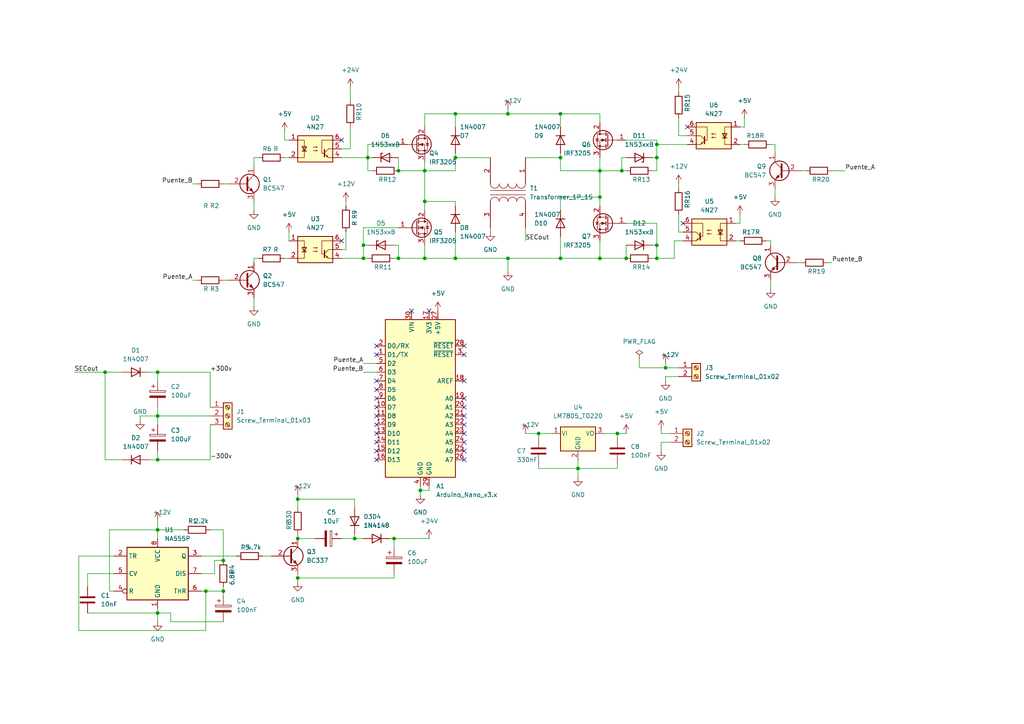
<source format=kicad_sch>
(kicad_sch (version 20211123) (generator eeschema)
  (paper "A4")
  (title_block (title "Puente_H_Fuente_AT") (date "2023-05-30") (rev "1") (company "FaCENA-UNNE") (comment 1 "Dispositivo para reelvamiento de umbrales de sensibilidad tactil.") (comment 2 "Tesis MIB: García Cabrera, Jeremías A."))
  (lib_symbols
    (symbol "Connector:Screw_Terminal_01x02" (pin_names (offset 1.016) hide)
      (property "Reference" "J" (at 0 2.54 0))
      (property "Value" "Screw_Terminal_01x02" (at 0 -5.08 0))
      (symbol "Screw_Terminal_01x02_1_1"
        (pin passive line (at -5.08 0 0) (length 3.81) (name "Pin_1") (number "1"))
        (pin passive line (at -5.08 -2.54 0) (length 3.81) (name "Pin_2") (number "2"))
      )
    )
    (symbol "Connector:Screw_Terminal_01x03" (pin_names (offset 1.016) hide)
      (property "Reference" "J" (at 0 5.08 0))
      (property "Value" "Screw_Terminal_01x03" (at 0 -5.08 0))
      (symbol "Screw_Terminal_01x03_1_1"
        (pin passive line (at -5.08 2.54 0) (length 3.81) (name "Pin_1") (number "1"))
        (pin passive line (at -5.08 0 0) (length 3.81) (name "Pin_2") (number "2"))
        (pin passive line (at -5.08 -2.54 0) (length 3.81) (name "Pin_3") (number "3"))
      )
    )
    (symbol "Device:C" (pin_numbers hide) (pin_names (offset 0.254))
      (property "Reference" "C" (at 0.635 2.54 0))
      (property "Value" "C" (at 0.635 -2.54 0))
      (symbol "C_1_1"
        (pin passive line (at 0 3.81 270) (length 2.794) (name "~") (number "1"))
        (pin passive line (at 0 -3.81 90) (length 2.794) (name "~") (number "2"))
      )
    )
    (symbol "Device:C_Polarized" (pin_numbers hide) (pin_names (offset 0.254))
      (property "Reference" "C" (at 0.635 2.54 0))
      (property "Value" "C_Polarized" (at 0.635 -2.54 0))
      (symbol "C_Polarized_1_1"
        (pin passive line (at 0 3.81 270) (length 2.794) (name "~") (number "1"))
        (pin passive line (at 0 -3.81 90) (length 2.794) (name "~") (number "2"))
      )
    )
    (symbol "Device:R" (pin_numbers hide) (pin_names (offset 0))
      (property "Reference" "R" (at 2.032 0 90))
      (property "Value" "R" (at 0 0 90))
      (symbol "R_1_1"
        (pin passive line (at 0 3.81 270) (length 1.27) (name "~") (number "1"))
        (pin passive line (at 0 -3.81 90) (length 1.27) (name "~") (number "2"))
      )
    )
    (symbol "Device:Transformer_1P_1S" (pin_names (offset 1.016) hide)
      (property "Reference" "T" (at 0 6.35 0))
      (property "Value" "Transformer_1P_1S" (at 0 -7.62 0))
      (symbol "Transformer_1P_1S_1_1"
        (pin passive line (at -10.16 5.08 0) (length 7.62) (name "AA") (number "1"))
        (pin passive line (at -10.16 -5.08 0) (length 7.62) (name "AB") (number "2"))
        (pin passive line (at 10.16 -5.08 180) (length 7.62) (name "SA") (number "3"))
        (pin passive line (at 10.16 5.08 180) (length 7.62) (name "SB") (number "4"))
      )
    )
    (symbol "Diode:1N4007" (pin_numbers hide) (pin_names (offset 1.016) hide)
      (property "Reference" "D" (at 0 2.54 0))
      (property "Value" "1N4007" (at 0 -2.54 0))
      (symbol "1N4007_1_1"
        (pin passive line (at -3.81 0 0) (length 2.54) (name "K") (number "1"))
        (pin passive line (at 3.81 0 180) (length 2.54) (name "A") (number "2"))
      )
    )
    (symbol "Diode:1N4148" (pin_numbers hide) (pin_names (offset 1.016) hide)
      (property "Reference" "D" (at 0 2.54 0))
      (property "Value" "1N4148" (at 0 -2.54 0))
      (symbol "1N4148_1_1"
        (pin passive line (at -3.81 0 0) (length 2.54) (name "K") (number "1"))
        (pin passive line (at 3.81 0 180) (length 2.54) (name "A") (number "2"))
      )
    )
    (symbol "Diode:1N53xxB" (pin_numbers hide) (pin_names hide)
      (property "Reference" "D" (at 0 2.54 0))
      (property "Value" "1N53xxB" (at 0 -2.54 0))
      (symbol "1N53xxB_1_1"
        (pin passive line (at -3.81 0 0) (length 2.54) (name "K") (number "1"))
        (pin passive line (at 3.81 0 180) (length 2.54) (name "A") (number "2"))
      )
    )
    (symbol "Isolator:4N27" (pin_names (offset 1.016))
      (property "Reference" "U" (at -5.08 5.08 0))
      (property "Value" "4N27" (at 0 5.08 0))
      (symbol "4N27_1_1"
        (pin passive line (at -7.62 2.54 0) (length 2.54) (name "~") (number "1"))
        (pin passive line (at -7.62 -2.54 0) (length 2.54) (name "~") (number "2"))
        (pin no_connect line (at -5.08 0 0) (length 2.54) hide (name "NC") (number "3"))
        (pin passive line (at 7.62 -2.54 180) (length 2.54) (name "~") (number "4"))
        (pin passive line (at 7.62 0 180) (length 2.54) (name "~") (number "5"))
        (pin passive line (at 7.62 2.54 180) (length 2.54) (name "~") (number "6"))
      )
    )
    (symbol "MCU_Module:Arduino_Nano_v3.x"
      (property "Reference" "A" (at -10.16 23.495 0))
      (property "Value" "Arduino_Nano_v3.x" (at 5.08 -24.13 0))
      (symbol "Arduino_Nano_v3.x_1_1"
        (pin bidirectional line (at -12.7 12.7 0) (length 2.54) (name "D1/TX") (number "1"))
        (pin bidirectional line (at -12.7 -2.54 0) (length 2.54) (name "D7") (number "10"))
        (pin bidirectional line (at -12.7 -5.08 0) (length 2.54) (name "D8") (number "11"))
        (pin bidirectional line (at -12.7 -7.62 0) (length 2.54) (name "D9") (number "12"))
        (pin bidirectional line (at -12.7 -10.16 0) (length 2.54) (name "D10") (number "13"))
        (pin bidirectional line (at -12.7 -12.7 0) (length 2.54) (name "D11") (number "14"))
        (pin bidirectional line (at -12.7 -15.24 0) (length 2.54) (name "D12") (number "15"))
        (pin bidirectional line (at -12.7 -17.78 0) (length 2.54) (name "D13") (number "16"))
        (pin power_out line (at 2.54 25.4 270) (length 2.54) (name "3V3") (number "17"))
        (pin input line (at 12.7 5.08 180) (length 2.54) (name "AREF") (number "18"))
        (pin bidirectional line (at 12.7 0 180) (length 2.54) (name "A0") (number "19"))
        (pin bidirectional line (at -12.7 15.24 0) (length 2.54) (name "D0/RX") (number "2"))
        (pin bidirectional line (at 12.7 -2.54 180) (length 2.54) (name "A1") (number "20"))
        (pin bidirectional line (at 12.7 -5.08 180) (length 2.54) (name "A2") (number "21"))
        (pin bidirectional line (at 12.7 -7.62 180) (length 2.54) (name "A3") (number "22"))
        (pin bidirectional line (at 12.7 -10.16 180) (length 2.54) (name "A4") (number "23"))
        (pin bidirectional line (at 12.7 -12.7 180) (length 2.54) (name "A5") (number "24"))
        (pin bidirectional line (at 12.7 -15.24 180) (length 2.54) (name "A6") (number "25"))
        (pin bidirectional line (at 12.7 -17.78 180) (length 2.54) (name "A7") (number "26"))
        (pin power_out line (at 5.08 25.4 270) (length 2.54) (name "+5V") (number "27"))
        (pin input line (at 12.7 15.24 180) (length 2.54) (name "~{RESET}") (number "28"))
        (pin power_in line (at 2.54 -25.4 90) (length 2.54) (name "GND") (number "29"))
        (pin input line (at 12.7 12.7 180) (length 2.54) (name "~{RESET}") (number "3"))
        (pin power_in line (at -2.54 25.4 270) (length 2.54) (name "VIN") (number "30"))
        (pin power_in line (at 0 -25.4 90) (length 2.54) (name "GND") (number "4"))
        (pin bidirectional line (at -12.7 10.16 0) (length 2.54) (name "D2") (number "5"))
        (pin bidirectional line (at -12.7 7.62 0) (length 2.54) (name "D3") (number "6"))
        (pin bidirectional line (at -12.7 5.08 0) (length 2.54) (name "D4") (number "7"))
        (pin bidirectional line (at -12.7 2.54 0) (length 2.54) (name "D5") (number "8"))
        (pin bidirectional line (at -12.7 0 0) (length 2.54) (name "D6") (number "9"))
      )
    )
    (symbol "Regulator_Linear:LM7805_TO220" (pin_names (offset 0.254))
      (property "Reference" "U" (at -3.81 3.175 0))
      (property "Value" "LM7805_TO220" (at 0 3.175 0))
      (symbol "LM7805_TO220_1_1"
        (pin power_in line (at -7.62 0 0) (length 2.54) (name "VI") (number "1"))
        (pin power_in line (at 0 -7.62 90) (length 2.54) (name "GND") (number "2"))
        (pin power_out line (at 7.62 0 180) (length 2.54) (name "VO") (number "3"))
      )
    )
    (symbol "Timer:NA555P"
      (property "Reference" "U" (at -10.16 8.89 0))
      (property "Value" "NA555P" (at 2.54 8.89 0))
      (symbol "NA555P_0_0"
        (pin power_in line (at 0 -10.16 90) (length 2.54) (name "GND") (number "1"))
        (pin power_in line (at 0 10.16 270) (length 2.54) (name "VCC") (number "8"))
      )
      (symbol "NA555P_1_1"
        (pin input line (at -12.7 5.08 0) (length 3.81) (name "TR") (number "2"))
        (pin output line (at 12.7 5.08 180) (length 3.81) (name "Q") (number "3"))
        (pin input inverted (at -12.7 -5.08 0) (length 3.81) (name "R") (number "4"))
        (pin input line (at -12.7 0 0) (length 3.81) (name "CV") (number "5"))
        (pin input line (at 12.7 -5.08 180) (length 3.81) (name "THR") (number "6"))
        (pin input line (at 12.7 0 180) (length 3.81) (name "DIS") (number "7"))
      )
    )
    (symbol "Transistor_BJT:BC337" (pin_names (offset 0) hide)
      (property "Reference" "Q" (at 5.08 1.905 0))
      (property "Value" "BC337" (at 5.08 0 0))
      (symbol "BC337_1_1"
        (pin passive line (at 2.54 5.08 270) (length 2.54) (name "C") (number "1"))
        (pin input line (at -5.08 0 0) (length 5.08) (name "B") (number "2"))
        (pin passive line (at 2.54 -5.08 90) (length 2.54) (name "E") (number "3"))
      )
    )
    (symbol "Transistor_BJT:BC547" (pin_names (offset 0) hide)
      (property "Reference" "Q" (at 5.08 1.905 0))
      (property "Value" "BC547" (at 5.08 0 0))
      (symbol "BC547_1_1"
        (pin passive line (at 2.54 5.08 270) (length 2.54) (name "C") (number "1"))
        (pin input line (at -5.08 0 0) (length 5.08) (name "B") (number "2"))
        (pin passive line (at 2.54 -5.08 90) (length 2.54) (name "E") (number "3"))
      )
    )
    (symbol "Transistor_FET:IRF3205" (pin_names hide)
      (property "Reference" "Q" (at 6.35 1.905 0))
      (property "Value" "IRF3205" (at 6.35 0 0))
      (symbol "IRF3205_1_1"
        (pin input line (at -5.08 0 0) (length 2.54) (name "G") (number "1"))
        (pin passive line (at 2.54 5.08 270) (length 2.54) (name "D") (number "2"))
        (pin passive line (at 2.54 -5.08 90) (length 2.54) (name "S") (number "3"))
      )
    )
    (symbol "power:+12V" (power) (pin_names (offset 0))
      (property "Value" "+12V" (at 0 3.556 0))
      (symbol "+12V_1_1"
        (pin power_in line (at 0 0 90) (length 0) hide (name "+12V") (number "1"))
      )
    )
    (symbol "power:+24V" (power) (pin_names (offset 0))
      (property "Value" "+24V" (at 0 3.556 0))
      (symbol "+24V_1_1"
        (pin power_in line (at 0 0 90) (length 0) hide (name "+24V") (number "1"))
      )
    )
    (symbol "power:+5V" (power) (pin_names (offset 0))
      (property "Value" "+5V" (at 0 3.556 0))
      (symbol "+5V_1_1"
        (pin power_in line (at 0 0 90) (length 0) hide (name "+5V") (number "1"))
      )
    )
    (symbol "power:GND" (power) (pin_names (offset 0))
      (property "Value" "GND" (at 0 -3.81 0))
      (symbol "GND_1_1"
        (pin power_in line (at 0 0 270) (length 0) hide (name "GND") (number "1"))
      )
    )
    (symbol "power:PWR_FLAG" (power) (pin_numbers hide) (pin_names (offset 0) hide)
      (property "Value" "PWR_FLAG" (at 0 3.81 0))
      (symbol "PWR_FLAG_0_0"
        (pin power_out line (at 0 0 90) (length 0) (name "pwr") (number "1"))
      )
    )
  )
  (junction (at 115.57 74.93))
  (junction (at 105.41 74.93))
  (junction (at 190.5 74.93))
  (junction (at 45.72 177.8))
  (junction (at 45.72 107.95))
  (junction (at 45.72 153.67))
  (junction (at 123.19 49.53))
  (junction (at 102.87 156.21))
  (junction (at 190.5 45.72))
  (junction (at 132.08 74.93))
  (junction (at 162.56 45.72))
  (junction (at 173.99 49.53))
  (junction (at 59.69 171.45))
  (junction (at 123.19 74.93))
  (junction (at 179.07 125.73))
  (junction (at 162.56 33.02))
  (junction (at 86.36 167.64))
  (junction (at 106.68 45.72))
  (junction (at 132.08 45.72))
  (junction (at 64.77 162.56))
  (junction (at 105.41 71.12))
  (junction (at 115.57 49.53))
  (junction (at 45.72 120.65))
  (junction (at 86.36 144.78))
  (junction (at 45.72 133.35))
  (junction (at 190.5 71.12))
  (junction (at 173.99 57.15))
  (junction (at 156.21 125.73))
  (junction (at 123.19 58.42))
  (junction (at 173.99 74.93))
  (junction (at 132.08 33.02))
  (junction (at 147.32 74.93))
  (junction (at 193.04 106.68))
  (junction (at 147.32 33.02))
  (junction (at 114.3 156.21))
  (junction (at 30.48 107.95))
  (junction (at 162.56 74.93))
  (junction (at 180.34 49.53))
  (junction (at 121.92 142.24))
  (junction (at 190.5 41.91))
  (junction (at 167.64 135.89))
  (junction (at 86.36 156.21))
  (junction (at 64.77 171.45))
  (junction (at 181.61 74.93))
  (no_connect (at 199.39 36.83))
  (no_connect (at 198.12 64.77))
  (no_connect (at 99.06 69.85))
  (no_connect (at 99.06 40.64))
  (no_connect (at 134.62 125.73))
  (no_connect (at 134.62 120.65))
  (no_connect (at 134.62 123.19))
  (no_connect (at 134.62 118.11))
  (no_connect (at 134.62 102.87))
  (no_connect (at 119.38 90.17))
  (no_connect (at 124.46 90.17))
  (no_connect (at 134.62 100.33))
  (no_connect (at 134.62 115.57))
  (no_connect (at 134.62 110.49))
  (no_connect (at 134.62 130.81))
  (no_connect (at 134.62 133.35))
  (no_connect (at 134.62 128.27))
  (no_connect (at 109.22 125.73))
  (no_connect (at 109.22 120.65))
  (no_connect (at 109.22 130.81))
  (no_connect (at 109.22 102.87))
  (no_connect (at 109.22 115.57))
  (no_connect (at 109.22 113.03))
  (no_connect (at 109.22 100.33))
  (no_connect (at 109.22 110.49))
  (no_connect (at 109.22 133.35))
  (no_connect (at 109.22 118.11))
  (no_connect (at 109.22 128.27))
  (no_connect (at 109.22 123.19))
  (wire (pts (xy 147.32 74.93) (xy 162.56 74.93)))
  (wire (pts (xy 86.36 143.51) (xy 86.36 144.78)))
  (wire (pts (xy 195.58 74.93) (xy 190.5 74.93)))
  (wire (pts (xy 45.72 130.81) (xy 45.72 133.35)))
  (wire (pts (xy 185.42 104.14) (xy 185.42 106.68)))
  (wire (pts (xy 105.41 74.93) (xy 105.41 71.12)))
  (wire (pts (xy 101.6 43.18) (xy 101.6 36.83)))
  (wire (pts (xy 232.41 49.53) (xy 233.68 49.53)))
  (wire (pts (xy 121.92 140.97) (xy 121.92 142.24)))
  (wire (pts (xy 45.72 177.8) (xy 45.72 176.53)))
  (wire (pts (xy 115.57 74.93) (xy 123.19 74.93)))
  (wire (pts (xy 22.86 161.29) (xy 22.86 182.88)))
  (wire (pts (xy 53.34 153.67) (xy 45.72 153.67)))
  (wire (pts (xy 193.04 106.68) (xy 196.85 106.68)))
  (wire (pts (xy 123.19 49.53) (xy 123.19 46.99)))
  (wire (pts (xy 193.04 105.41) (xy 193.04 106.68)))
  (wire (pts (xy 123.19 33.02) (xy 132.08 33.02)))
  (wire (pts (xy 195.58 69.85) (xy 195.58 74.93)))
  (wire (pts (xy 173.99 49.53) (xy 180.34 49.53)))
  (wire (pts (xy 231.14 76.2) (xy 232.41 76.2)))
  (wire (pts (xy 101.6 25.4) (xy 101.6 29.21)))
  (wire (pts (xy 73.66 76.2) (xy 73.66 74.93)))
  (wire (pts (xy 106.68 45.72) (xy 106.68 49.53)))
  (wire (pts (xy 62.23 162.56) (xy 64.77 162.56)))
  (wire (pts (xy 132.08 33.02) (xy 132.08 36.83)))
  (wire (pts (xy 43.18 107.95) (xy 45.72 107.95)))
  (wire (pts (xy 82.55 40.64) (xy 83.82 40.64)))
  (wire (pts (xy 214.63 64.77) (xy 213.36 64.77)))
  (wire (pts (xy 31.75 153.67) (xy 31.75 171.45)))
  (wire (pts (xy 193.04 110.49) (xy 193.04 109.22)))
  (wire (pts (xy 58.42 161.29) (xy 68.58 161.29)))
  (wire (pts (xy 123.19 60.96) (xy 123.19 58.42)))
  (wire (pts (xy 190.5 41.91) (xy 190.5 45.72)))
  (wire (pts (xy 123.19 49.53) (xy 123.19 58.42)))
  (wire (pts (xy 64.77 81.28) (xy 66.04 81.28)))
  (wire (pts (xy 31.75 153.67) (xy 45.72 153.67)))
  (wire (pts (xy 214.63 62.23) (xy 214.63 64.77)))
  (wire (pts (xy 40.64 120.65) (xy 45.72 120.65)))
  (wire (pts (xy 132.08 49.53) (xy 123.19 49.53)))
  (wire (pts (xy 162.56 36.83) (xy 162.56 33.02)))
  (wire (pts (xy 180.34 45.72) (xy 181.61 45.72)))
  (wire (pts (xy 156.21 125.73) (xy 160.02 125.73)))
  (wire (pts (xy 191.77 124.46) (xy 191.77 125.73)))
  (wire (pts (xy 99.06 72.39) (xy 100.33 72.39)))
  (wire (pts (xy 173.99 74.93) (xy 181.61 74.93)))
  (wire (pts (xy 102.87 156.21) (xy 99.06 156.21)))
  (wire (pts (xy 162.56 49.53) (xy 173.99 49.53)))
  (wire (pts (xy 193.04 109.22) (xy 196.85 109.22)))
  (wire (pts (xy 124.46 142.24) (xy 121.92 142.24)))
  (wire (pts (xy 132.08 58.42) (xy 132.08 59.69)))
  (wire (pts (xy 179.07 134.62) (xy 179.07 135.89)))
  (wire (pts (xy 107.95 45.72) (xy 106.68 45.72)))
  (wire (pts (xy 76.2 161.29) (xy 78.74 161.29)))
  (wire (pts (xy 102.87 147.32) (xy 102.87 144.78)))
  (wire (pts (xy 190.5 45.72) (xy 190.5 49.53)))
  (wire (pts (xy 199.39 41.91) (xy 190.5 41.91)))
  (wire (pts (xy 105.41 66.04) (xy 105.41 71.12)))
  (wire (pts (xy 132.08 45.72) (xy 132.08 49.53)))
  (wire (pts (xy 83.82 67.31) (xy 83.82 69.85)))
  (wire (pts (xy 162.56 44.45) (xy 162.56 45.72)))
  (wire (pts (xy 190.5 40.64) (xy 190.5 41.91)))
  (wire (pts (xy 45.72 133.35) (xy 43.18 133.35)))
  (wire (pts (xy 224.79 54.61) (xy 224.79 57.15)))
  (wire (pts (xy 142.24 66.04) (xy 142.24 67.31)))
  (wire (pts (xy 102.87 154.94) (xy 102.87 156.21)))
  (wire (pts (xy 162.56 45.72) (xy 162.56 49.53)))
  (wire (pts (xy 181.61 71.12) (xy 181.61 74.93)))
  (wire (pts (xy 214.63 41.91) (xy 215.9 41.91)))
  (wire (pts (xy 33.02 161.29) (xy 22.86 161.29)))
  (wire (pts (xy 190.5 49.53) (xy 189.23 49.53)))
  (wire (pts (xy 45.72 107.95) (xy 45.72 110.49)))
  (wire (pts (xy 106.68 41.91) (xy 106.68 45.72)))
  (wire (pts (xy 115.57 71.12) (xy 115.57 74.93)))
  (wire (pts (xy 196.85 34.29) (xy 196.85 39.37)))
  (wire (pts (xy 224.79 41.91) (xy 224.79 44.45)))
  (wire (pts (xy 30.48 133.35) (xy 30.48 107.95)))
  (wire (pts (xy 167.64 133.35) (xy 167.64 135.89)))
  (wire (pts (xy 215.9 34.29) (xy 215.9 36.83)))
  (wire (pts (xy 132.08 67.31) (xy 132.08 74.93)))
  (wire (pts (xy 189.23 45.72) (xy 190.5 45.72)))
  (wire (pts (xy 190.5 71.12) (xy 190.5 74.93)))
  (wire (pts (xy 162.56 33.02) (xy 173.99 33.02)))
  (wire (pts (xy 180.34 49.53) (xy 181.61 49.53)))
  (wire (pts (xy 59.69 182.88) (xy 59.69 171.45)))
  (wire (pts (xy 156.21 135.89) (xy 167.64 135.89)))
  (wire (pts (xy 31.75 171.45) (xy 33.02 171.45)))
  (wire (pts (xy 64.77 170.18) (xy 64.77 171.45)))
  (wire (pts (xy 181.61 64.77) (xy 190.5 64.77)))
  (wire (pts (xy 162.56 68.58) (xy 162.56 74.93)))
  (wire (pts (xy 173.99 69.85) (xy 173.99 74.93)))
  (wire (pts (xy 82.55 45.72) (xy 83.82 45.72)))
  (wire (pts (xy 132.08 74.93) (xy 147.32 74.93)))
  (wire (pts (xy 106.68 74.93) (xy 105.41 74.93)))
  (wire (pts (xy 82.55 74.93) (xy 83.82 74.93)))
  (wire (pts (xy 115.57 49.53) (xy 123.19 49.53)))
  (wire (pts (xy 173.99 49.53) (xy 173.99 57.15)))
  (wire (pts (xy 59.69 171.45) (xy 64.77 171.45)))
  (wire (pts (xy 105.41 71.12) (xy 106.68 71.12)))
  (wire (pts (xy 196.85 53.34) (xy 196.85 54.61)))
  (wire (pts (xy 114.3 156.21) (xy 124.46 156.21)))
  (wire (pts (xy 86.36 166.37) (xy 86.36 167.64)))
  (wire (pts (xy 215.9 36.83) (xy 214.63 36.83)))
  (wire (pts (xy 102.87 156.21) (xy 105.41 156.21)))
  (wire (pts (xy 114.3 166.37) (xy 114.3 167.64)))
  (wire (pts (xy 45.72 133.35) (xy 60.96 133.35)))
  (wire (pts (xy 121.92 142.24) (xy 121.92 143.51)))
  (wire (pts (xy 40.64 121.92) (xy 40.64 120.65)))
  (wire (pts (xy 64.77 53.34) (xy 66.04 53.34)))
  (wire (pts (xy 21.59 107.95) (xy 30.48 107.95)))
  (wire (pts (xy 100.33 58.42) (xy 100.33 59.69)))
  (wire (pts (xy 73.66 58.42) (xy 73.66 60.96)))
  (wire (pts (xy 113.03 156.21) (xy 114.3 156.21)))
  (wire (pts (xy 147.32 33.02) (xy 162.56 33.02)))
  (wire (pts (xy 189.23 74.93) (xy 190.5 74.93)))
  (wire (pts (xy 156.21 134.62) (xy 156.21 135.89)))
  (wire (pts (xy 86.36 167.64) (xy 86.36 168.91)))
  (wire (pts (xy 152.4 45.72) (xy 162.56 45.72)))
  (wire (pts (xy 124.46 140.97) (xy 124.46 142.24)))
  (wire (pts (xy 73.66 74.93) (xy 74.93 74.93)))
  (wire (pts (xy 152.4 69.85) (xy 152.4 66.04)))
  (wire (pts (xy 191.77 130.81) (xy 191.77 128.27)))
  (wire (pts (xy 45.72 151.13) (xy 45.72 153.67)))
  (wire (pts (xy 167.64 135.89) (xy 167.64 138.43)))
  (wire (pts (xy 99.06 74.93) (xy 105.41 74.93)))
  (wire (pts (xy 132.08 33.02) (xy 147.32 33.02)))
  (wire (pts (xy 181.61 40.64) (xy 190.5 40.64)))
  (wire (pts (xy 106.68 49.53) (xy 107.95 49.53)))
  (wire (pts (xy 245.11 49.53) (xy 241.3 49.53)))
  (wire (pts (xy 132.08 45.72) (xy 142.24 45.72)))
  (wire (pts (xy 60.96 123.19) (xy 60.96 133.35)))
  (wire (pts (xy 191.77 125.73) (xy 194.31 125.73)))
  (wire (pts (xy 45.72 153.67) (xy 45.72 156.21)))
  (wire (pts (xy 222.25 69.85) (xy 223.52 69.85)))
  (wire (pts (xy 156.21 125.73) (xy 156.21 127)))
  (wire (pts (xy 22.86 182.88) (xy 59.69 182.88)))
  (wire (pts (xy 45.72 120.65) (xy 45.72 123.19)))
  (wire (pts (xy 45.72 118.11) (xy 45.72 120.65)))
  (wire (pts (xy 86.36 156.21) (xy 91.44 156.21)))
  (wire (pts (xy 73.66 45.72) (xy 74.93 45.72)))
  (wire (pts (xy 45.72 180.34) (xy 45.72 177.8)))
  (wire (pts (xy 185.42 106.68) (xy 193.04 106.68)))
  (wire (pts (xy 198.12 69.85) (xy 195.58 69.85)))
  (wire (pts (xy 179.07 125.73) (xy 175.26 125.73)))
  (wire (pts (xy 115.57 41.91) (xy 106.68 41.91)))
  (wire (pts (xy 64.77 153.67) (xy 60.96 153.67)))
  (wire (pts (xy 167.64 135.89) (xy 179.07 135.89)))
  (wire (pts (xy 99.06 45.72) (xy 106.68 45.72)))
  (wire (pts (xy 173.99 33.02) (xy 173.99 35.56)))
  (wire (pts (xy 62.23 166.37) (xy 62.23 162.56)))
  (wire (pts (xy 73.66 86.36) (xy 73.66 88.9)))
  (wire (pts (xy 25.4 166.37) (xy 33.02 166.37)))
  (wire (pts (xy 73.66 48.26) (xy 73.66 45.72)))
  (wire (pts (xy 179.07 125.73) (xy 179.07 127)))
  (wire (pts (xy 196.85 39.37) (xy 199.39 39.37)))
  (wire (pts (xy 49.53 180.34) (xy 49.53 177.8)))
  (wire (pts (xy 115.57 66.04) (xy 105.41 66.04)))
  (wire (pts (xy 102.87 144.78) (xy 86.36 144.78)))
  (wire (pts (xy 105.41 107.95) (xy 109.22 107.95)))
  (wire (pts (xy 147.32 78.74) (xy 147.32 74.93)))
  (wire (pts (xy 25.4 177.8) (xy 45.72 177.8)))
  (wire (pts (xy 55.88 53.34) (xy 57.15 53.34)))
  (wire (pts (xy 147.32 31.75) (xy 147.32 33.02)))
  (wire (pts (xy 123.19 36.83) (xy 123.19 33.02)))
  (wire (pts (xy 105.41 105.41) (xy 109.22 105.41)))
  (wire (pts (xy 86.36 154.94) (xy 86.36 156.21)))
  (wire (pts (xy 58.42 171.45) (xy 59.69 171.45)))
  (wire (pts (xy 191.77 128.27) (xy 194.31 128.27)))
  (wire (pts (xy 196.85 25.4) (xy 196.85 26.67)))
  (wire (pts (xy 180.34 45.72) (xy 180.34 49.53)))
  (wire (pts (xy 181.61 125.73) (xy 179.07 125.73)))
  (wire (pts (xy 115.57 45.72) (xy 115.57 49.53)))
  (wire (pts (xy 100.33 72.39) (xy 100.33 67.31)))
  (wire (pts (xy 58.42 166.37) (xy 62.23 166.37)))
  (wire (pts (xy 123.19 71.12) (xy 123.19 74.93)))
  (wire (pts (xy 213.36 69.85) (xy 214.63 69.85)))
  (wire (pts (xy 196.85 62.23) (xy 196.85 67.31)))
  (wire (pts (xy 190.5 64.77) (xy 190.5 71.12)))
  (wire (pts (xy 60.96 107.95) (xy 45.72 107.95)))
  (wire (pts (xy 198.12 67.31) (xy 196.85 67.31)))
  (wire (pts (xy 60.96 118.11) (xy 60.96 107.95)))
  (wire (pts (xy 162.56 57.15) (xy 173.99 57.15)))
  (wire (pts (xy 114.3 71.12) (xy 115.57 71.12)))
  (wire (pts (xy 86.36 144.78) (xy 86.36 147.32)))
  (wire (pts (xy 223.52 69.85) (xy 223.52 71.12)))
  (wire (pts (xy 173.99 57.15) (xy 173.99 59.69)))
  (wire (pts (xy 189.23 71.12) (xy 190.5 71.12)))
  (wire (pts (xy 152.4 125.73) (xy 156.21 125.73)))
  (wire (pts (xy 49.53 177.8) (xy 45.72 177.8)))
  (wire (pts (xy 64.77 162.56) (xy 64.77 153.67)))
  (wire (pts (xy 123.19 58.42) (xy 132.08 58.42)))
  (wire (pts (xy 114.3 156.21) (xy 114.3 158.75)))
  (wire (pts (xy 64.77 172.72) (xy 64.77 171.45)))
  (wire (pts (xy 86.36 167.64) (xy 114.3 167.64)))
  (wire (pts (xy 240.03 76.2) (xy 241.3 76.2)))
  (wire (pts (xy 82.55 38.1) (xy 82.55 40.64)))
  (wire (pts (xy 35.56 133.35) (xy 30.48 133.35)))
  (wire (pts (xy 132.08 44.45) (xy 132.08 45.72)))
  (wire (pts (xy 55.88 81.28) (xy 57.15 81.28)))
  (wire (pts (xy 30.48 107.95) (xy 35.56 107.95)))
  (wire (pts (xy 173.99 45.72) (xy 173.99 49.53)))
  (wire (pts (xy 114.3 74.93) (xy 115.57 74.93)))
  (wire (pts (xy 223.52 41.91) (xy 224.79 41.91)))
  (wire (pts (xy 123.19 74.93) (xy 132.08 74.93)))
  (wire (pts (xy 64.77 180.34) (xy 49.53 180.34)))
  (wire (pts (xy 162.56 60.96) (xy 162.56 57.15)))
  (wire (pts (xy 25.4 170.18) (xy 25.4 166.37)))
  (wire (pts (xy 223.52 81.28) (xy 223.52 83.82)))
  (wire (pts (xy 99.06 43.18) (xy 101.6 43.18)))
  (wire (pts (xy 162.56 74.93) (xy 173.99 74.93)))
  (wire (pts (xy 45.72 120.65) (xy 60.96 120.65)))
  (label "-300v" (at 60.96 133.35 0))
  (label "SECout" (at 152.4 69.85 0))
  (label "Puente_A" (at 105.41 105.41 180))
  (label "Puente_B" (at 55.88 53.34 180))
  (label "+300v" (at 60.96 107.95 0))
  (label "Puente_A" (at 245.11 49.53 0))
  (label "Puente_B" (at 241.3 76.2 0))
  (label "Puente_B" (at 105.41 107.95 180))
  (label "SECout" (at 21.59 107.95 0))
  (label "Puente_A" (at 55.88 81.28 180))
  (symbol (lib_id "power:GND") (at 86.36 168.91 0) (unit 1)
    (property "Reference" "#PWR07" (effects hide))
    (property "Value" "GND" (at 86.36 173.99 0))
  )
  (symbol (lib_id "power:+12V") (at 152.4 125.73 0) (unit 1)
    (property "Reference" "#PWR013" (effects hide))
    (property "Value" "+12V" (at 153.67 123.19 0))
  )
  (symbol (lib_id "power:+12V") (at 147.32 31.75 0) (unit 1)
    (property "Reference" "#PWR011" (effects hide))
    (property "Value" "+12V" (at 148.59 29.21 0))
  )
  (symbol (lib_id "Diode:1N53xxB") (at 185.42 71.12 0) (mirror y) (unit 1)
    (property "Reference" "D12" (at 185.42 64.77 0))
    (property "Value" "1N53xxB" (at 185.42 67.31 0))
    (property "Footprint" "Diode_THT:D_DO-35_SOD27_P7.62mm_Horizontal" (effects hide))
    (property "Datasheet" "https://diotec.com/tl_files/diotec/files/pdf/datasheets/1n5345b.pdf" (effects hide))
  )
  (symbol (lib_id "power:GND") (at 147.32 78.74 0) (unit 1)
    (property "Reference" "#PWR012" (effects hide))
    (property "Value" "GND" (at 147.32 83.82 0))
  )
  (symbol (lib_id "power:GND") (at 193.04 110.49 0) (unit 1)
    (property "Reference" "#PWR017" (effects hide))
    (property "Value" "GND" (at 193.04 115.57 0))
  )
  (symbol (lib_id "Diode:1N4007") (at 39.37 107.95 180) (unit 1)
    (property "Reference" "D1" (at 39.37 101.6 0))
    (property "Value" "1N4007" (at 39.37 104.14 0))
    (property "Footprint" "Diode_THT:D_DO-41_SOD81_P10.16mm_Horizontal" (effects hide))
    (property "Datasheet" "http://www.vishay.com/docs/88503/1n4001.pdf" (effects hide))
  )
  (symbol (lib_id "Connector:Screw_Terminal_01x02") (at 201.93 106.68 0) (unit 1)
    (property "Reference" "J3" (at 204.47 106.6799 0) (effects (justify left)))
    (property "Value" "Screw_Terminal_01x02" (at 204.47 109.2199 0) (effects (justify left)))
    (property "Footprint" "TerminalBlock_4Ucon:TerminalBlock_4Ucon_1x02_P3.50mm_Vertical" (effects hide))
  )
  (symbol (lib_id "power:+5V") (at 191.77 124.46 0) (unit 1)
    (property "Reference" "#PWR0109" (effects hide))
    (property "Value" "+5V" (at 191.77 119.38 0))
  )
  (symbol (lib_id "Device:R") (at 110.49 74.93 90) (unit 1)
    (property "Reference" "R11" (at 111.76 77.47 90))
    (property "Value" "R" (at 109.22 77.47 90))
    (property "Footprint" "Resistor_THT:R_Axial_DIN0207_L6.3mm_D2.5mm_P7.62mm_Horizontal" (effects hide))
  )
  (symbol (lib_id "Transistor_BJT:BC547") (at 71.12 81.28 0) (unit 1)
    (property "Reference" "Q2" (at 76.2 80.0099 0) (effects (justify left)))
    (property "Value" "BC547" (at 76.2 82.5499 0) (effects (justify left)))
    (property "Footprint" "Package_TO_SOT_THT:TO-92_Inline" (effects hide))
    (property "Datasheet" "https://www.onsemi.com/pub/Collateral/BC550-D.pdf" (effects hide))
  )
  (symbol (lib_id "Device:C") (at 156.21 130.81 0) (unit 1)
    (property "Reference" "C7" (at 149.86 130.81 0) (effects (justify left)))
    (property "Value" "330nF" (at 149.86 133.35 0) (effects (justify left)))
    (property "Footprint" "Capacitor_THT:C_Disc_D5.0mm_W2.5mm_P2.50mm" (effects hide))
  )
  (symbol (lib_id "Diode:1N4007") (at 162.56 40.64 270) (unit 1)
    (property "Reference" "D9" (at 154.94 39.37 90) (effects (justify left)))
    (property "Value" "1N4007" (at 154.94 36.83 90) (effects (justify left)))
    (property "Footprint" "Diode_THT:D_DO-41_SOD81_P10.16mm_Horizontal" (effects hide))
    (property "Datasheet" "http://www.vishay.com/docs/88503/1n4001.pdf" (effects hide))
  )
  (symbol (lib_id "Device:R") (at 60.96 81.28 90) (unit 1)
    (property "Reference" "R3" (at 62.23 83.82 90))
    (property "Value" "R" (at 59.69 83.82 90))
    (property "Footprint" "Resistor_THT:R_Axial_DIN0207_L6.3mm_D2.5mm_P7.62mm_Horizontal" (effects hide))
  )
  (symbol (lib_id "power:+5V") (at 214.63 62.23 0) (unit 1)
    (property "Reference" "#PWR0103" (effects hide))
    (property "Value" "+5V" (at 214.63 57.15 0))
  )
  (symbol (lib_id "Device:C_Polarized") (at 114.3 162.56 0) (unit 1)
    (property "Reference" "C6" (at 118.11 160.4009 0) (effects (justify left)))
    (property "Value" "100uF" (at 118.11 162.9409 0) (effects (justify left)))
    (property "Footprint" "Capacitor_THT:CP_Radial_D6.3mm_P2.50mm" (effects hide))
  )
  (symbol (lib_id "Device:R") (at 64.77 166.37 180) (unit 1)
    (property "Reference" "R4" (at 67.31 165.1 90))
    (property "Value" "6.8k" (at 67.31 167.64 90))
    (property "Footprint" "Resistor_THT:R_Axial_DIN0207_L6.3mm_D2.5mm_P7.62mm_Horizontal" (effects hide))
  )
  (symbol (lib_id "Connector:Screw_Terminal_01x03") (at 66.04 120.65 0) (unit 1)
    (property "Reference" "J1" (at 68.58 119.3799 0) (effects (justify left)))
    (property "Value" "Screw_Terminal_01x03" (at 68.58 121.9199 0) (effects (justify left)))
    (property "Footprint" "TerminalBlock_4Ucon:TerminalBlock_4Ucon_1x03_P3.50mm_Horizontal" (effects hide))
  )
  (symbol (lib_id "Device:R") (at 111.76 49.53 90) (unit 1)
    (property "Reference" "R12" (at 113.03 52.07 90))
    (property "Value" "R" (at 110.49 52.07 90))
    (property "Footprint" "Resistor_THT:R_Axial_DIN0207_L6.3mm_D2.5mm_P7.62mm_Horizontal" (effects hide))
  )
  (symbol (lib_id "power:+24V") (at 124.46 156.21 0) (unit 1)
    (property "Reference" "#PWR0108" (effects hide))
    (property "Value" "+24V" (at 124.46 151.13 0))
  )
  (symbol (lib_id "power:+12V") (at 196.85 53.34 0) (unit 1)
    (property "Reference" "#PWR018" (effects hide))
    (property "Value" "+12V" (at 196.85 48.26 0))
  )
  (symbol (lib_id "Device:C_Polarized") (at 64.77 176.53 0) (unit 1)
    (property "Reference" "C4" (at 68.58 174.3709 0) (effects (justify left)))
    (property "Value" "100nF" (at 68.58 176.9109 0) (effects (justify left)))
    (property "Footprint" "Capacitor_THT:C_Disc_D5.0mm_W2.5mm_P2.50mm" (effects hide))
  )
  (symbol (lib_id "power:+5V") (at 215.9 34.29 0) (unit 1)
    (property "Reference" "#PWR0104" (effects hide))
    (property "Value" "+5V" (at 215.9 29.21 0))
  )
  (symbol (lib_id "power:+12V") (at 45.72 151.13 0) (unit 1)
    (property "Reference" "#PWR02" (effects hide))
    (property "Value" "+12V" (at 46.99 148.59 0))
  )
  (symbol (lib_id "power:GND") (at 73.66 88.9 0) (unit 1)
    (property "Reference" "#PWR05" (effects hide))
    (property "Value" "GND" (at 73.66 93.98 0))
  )
  (symbol (lib_id "Device:R") (at 218.44 69.85 270) (unit 1)
    (property "Reference" "R17" (at 217.17 67.31 90))
    (property "Value" "R" (at 219.71 67.31 90))
    (property "Footprint" "Resistor_THT:R_Axial_DIN0207_L6.3mm_D2.5mm_P7.62mm_Horizontal" (effects hide))
  )
  (symbol (lib_id "Device:R") (at 72.39 161.29 270) (unit 1)
    (property "Reference" "R5" (at 71.12 158.75 90))
    (property "Value" "4.7k" (at 73.66 158.75 90))
    (property "Footprint" "Resistor_THT:R_Axial_DIN0207_L6.3mm_D2.5mm_P7.62mm_Horizontal" (effects hide))
  )
  (symbol (lib_id "Device:R") (at 86.36 151.13 0) (unit 1)
    (property "Reference" "R8" (at 83.82 152.4 90))
    (property "Value" "330" (at 83.82 149.86 90))
    (property "Footprint" "Resistor_THT:R_Axial_DIN0207_L6.3mm_D2.5mm_P7.62mm_Horizontal" (effects hide))
  )
  (symbol (lib_id "Transistor_BJT:BC547") (at 227.33 49.53 0) (mirror y) (unit 1)
    (property "Reference" "Q9" (at 222.25 48.2599 0) (effects (justify left)))
    (property "Value" "BC547" (at 222.25 50.7999 0) (effects (justify left)))
    (property "Footprint" "Package_TO_SOT_THT:TO-92_Inline" (effects hide))
    (property "Datasheet" "https://www.onsemi.com/pub/Collateral/BC550-D.pdf" (effects hide))
  )
  (symbol (lib_id "Connector:Screw_Terminal_01x02") (at 199.39 125.73 0) (unit 1)
    (property "Reference" "J2" (at 201.93 125.7299 0) (effects (justify left)))
    (property "Value" "Screw_Terminal_01x02" (at 201.93 128.2699 0) (effects (justify left)))
    (property "Footprint" "TerminalBlock_4Ucon:TerminalBlock_4Ucon_1x02_P3.50mm_Vertical" (effects hide))
  )
  (symbol (lib_id "Regulator_Linear:LM7805_TO220") (at 167.64 125.73 0) (unit 1)
    (property "Reference" "U4" (at 167.64 118.11 0))
    (property "Value" "LM7805_TO220" (at 167.64 120.65 0))
    (property "Footprint" "Package_TO_SOT_THT:TO-220-3_Vertical" (effects hide))
    (property "Datasheet" "https://www.onsemi.cn/PowerSolutions/document/MC7800-D.PDF" (effects hide))
  )
  (symbol (lib_id "Diode:1N4007") (at 39.37 133.35 0) (unit 1)
    (property "Reference" "D2" (at 39.37 127 0))
    (property "Value" "1N4007" (at 39.37 129.54 0))
    (property "Footprint" "Diode_THT:D_DO-41_SOD81_P10.16mm_Horizontal" (effects hide))
    (property "Datasheet" "http://www.vishay.com/docs/88503/1n4001.pdf" (effects hide))
  )
  (symbol (lib_id "power:GND") (at 73.66 60.96 0) (unit 1)
    (property "Reference" "#PWR04" (effects hide))
    (property "Value" "GND" (at 73.66 66.04 0))
  )
  (symbol (lib_id "power:GND") (at 191.77 130.81 0) (unit 1)
    (property "Reference" "#PWR015" (effects hide))
    (property "Value" "GND" (at 191.77 135.89 0))
  )
  (symbol (lib_id "Device:R") (at 219.71 41.91 270) (unit 1)
    (property "Reference" "R18" (at 218.44 39.37 90))
    (property "Value" "R" (at 220.98 39.37 90))
    (property "Footprint" "Resistor_THT:R_Axial_DIN0207_L6.3mm_D2.5mm_P7.62mm_Horizontal" (effects hide))
  )
  (symbol (lib_id "Diode:1N53xxB") (at 111.76 45.72 0) (unit 1)
    (property "Reference" "D6" (at 111.76 39.37 0))
    (property "Value" "1N53xxB" (at 111.76 41.91 0))
    (property "Footprint" "Diode_THT:D_DO-35_SOD27_P7.62mm_Horizontal" (effects hide))
    (property "Datasheet" "https://diotec.com/tl_files/diotec/files/pdf/datasheets/1n5345b.pdf" (effects hide))
  )
  (symbol (lib_id "power:GND") (at 121.92 143.51 0) (unit 1)
    (property "Reference" "#PWR09" (effects hide))
    (property "Value" "GND" (at 121.92 148.59 0))
  )
  (symbol (lib_id "Device:R") (at 100.33 63.5 180) (unit 1)
    (property "Reference" "R9" (at 102.87 62.23 90))
    (property "Value" "R" (at 102.87 64.77 90))
    (property "Footprint" "Resistor_THT:R_Axial_DIN0207_L6.3mm_D2.5mm_P7.62mm_Horizontal" (effects hide))
  )
  (symbol (lib_id "Diode:1N4148") (at 109.22 156.21 180) (unit 1)
    (property "Reference" "D4" (at 109.22 149.86 0))
    (property "Value" "1N4148" (at 109.22 152.4 0))
    (property "Footprint" "Diode_THT:D_DO-35_SOD27_P7.62mm_Horizontal" (effects hide))
    (property "Datasheet" "https://assets.nexperia.com/documents/data-sheet/1N4148_1N4448.pdf" (effects hide))
  )
  (symbol (lib_id "power:GND") (at 142.24 67.31 0) (unit 1)
    (property "Reference" "#PWR010" (effects hide))
    (property "Value" "GND" (at 142.24 72.39 0))
  )
  (symbol (lib_id "Device:C") (at 179.07 130.81 0) (unit 1)
    (property "Reference" "C8" (at 182.88 129.5399 0) (effects (justify left)))
    (property "Value" "100nF" (at 182.88 132.0799 0) (effects (justify left)))
    (property "Footprint" "Capacitor_THT:C_Disc_D5.0mm_W2.5mm_P2.50mm" (effects hide))
  )
  (symbol (lib_id "Transistor_BJT:BC547") (at 226.06 76.2 0) (mirror y) (unit 1)
    (property "Reference" "Q8" (at 220.98 74.9299 0) (effects (justify left)))
    (property "Value" "BC547" (at 220.98 77.4699 0) (effects (justify left)))
    (property "Footprint" "Package_TO_SOT_THT:TO-92_Inline" (effects hide))
    (property "Datasheet" "https://www.onsemi.com/pub/Collateral/BC550-D.pdf" (effects hide))
  )
  (symbol (lib_id "Device:C_Polarized") (at 45.72 127 0) (unit 1)
    (property "Reference" "C3" (at 49.53 124.8409 0) (effects (justify left)))
    (property "Value" "100uF" (at 49.53 127.3809 0) (effects (justify left)))
    (property "Footprint" "Capacitor_THT:CP_Radial_D10.0mm_P5.00mm" (effects hide))
  )
  (symbol (lib_id "power:GND") (at 224.79 57.15 0) (unit 1)
    (property "Reference" "#PWR020" (effects hide))
    (property "Value" "GND" (at 224.79 62.23 0))
  )
  (symbol (lib_id "Device:R") (at 185.42 74.93 90) (unit 1)
    (property "Reference" "R14" (at 186.69 77.47 90))
    (property "Value" "R" (at 184.15 77.47 90))
    (property "Footprint" "Resistor_THT:R_Axial_DIN0207_L6.3mm_D2.5mm_P7.62mm_Horizontal" (effects hide))
  )
  (symbol (lib_id "Diode:1N53xxB") (at 185.42 45.72 180) (unit 1)
    (property "Reference" "D11" (at 185.42 39.37 0))
    (property "Value" "1N53xxB" (at 185.42 41.91 0))
    (property "Footprint" "Diode_THT:D_DO-35_SOD27_P7.62mm_Horizontal" (effects hide))
    (property "Datasheet" "https://diotec.com/tl_files/diotec/files/pdf/datasheets/1n5345b.pdf" (effects hide))
  )
  (symbol (lib_id "power:GND") (at 40.64 121.92 0) (unit 1)
    (property "Reference" "#PWR01" (effects hide))
    (property "Value" "GND" (at 40.64 119.38 0))
  )
  (symbol (lib_id "Isolator:4N27") (at 207.01 39.37 0) (mirror y) (unit 1)
    (property "Reference" "U6" (at 207.01 30.48 0))
    (property "Value" "4N27" (at 207.01 33.02 0))
    (property "Footprint" "Package_DIP:DIP-6_W7.62mm" (effects hide))
    (property "Datasheet" "https://www.vishay.com/docs/83725/4n25.pdf" (effects hide))
  )
  (symbol (lib_id "power:GND") (at 223.52 83.82 0) (unit 1)
    (property "Reference" "#PWR019" (effects hide))
    (property "Value" "GND" (at 223.52 88.9 0))
  )
  (symbol (lib_id "power:GND") (at 45.72 180.34 0) (unit 1)
    (property "Reference" "#PWR03" (effects hide))
    (property "Value" "GND" (at 45.72 185.42 0))
  )
  (symbol (lib_id "Diode:1N4007") (at 162.56 64.77 270) (unit 1)
    (property "Reference" "D10" (at 154.94 64.77 90) (effects (justify left)))
    (property "Value" "1N4007" (at 154.94 62.23 90) (effects (justify left)))
    (property "Footprint" "Diode_THT:D_DO-41_SOD81_P10.16mm_Horizontal" (effects hide))
    (property "Datasheet" "http://www.vishay.com/docs/88503/1n4001.pdf" (effects hide))
  )
  (symbol (lib_id "power:+5V") (at 83.82 67.31 0) (unit 1)
    (property "Reference" "#PWR0107" (effects hide))
    (property "Value" "+5V" (at 83.82 62.23 0))
  )
  (symbol (lib_id "power:+5V") (at 82.55 38.1 0) (unit 1)
    (property "Reference" "#PWR0106" (effects hide))
    (property "Value" "+5V" (at 82.55 33.02 0))
  )
  (symbol (lib_id "Transistor_BJT:BC547") (at 71.12 53.34 0) (unit 1)
    (property "Reference" "Q1" (at 76.2 52.0699 0) (effects (justify left)))
    (property "Value" "BC547" (at 76.2 54.6099 0) (effects (justify left)))
    (property "Footprint" "Package_TO_SOT_THT:TO-92_Inline" (effects hide))
    (property "Datasheet" "https://www.onsemi.com/pub/Collateral/BC550-D.pdf" (effects hide))
  )
  (symbol (lib_id "Isolator:4N27") (at 91.44 43.18 0) (unit 1)
    (property "Reference" "U2" (at 91.44 34.29 0))
    (property "Value" "4N27" (at 91.44 36.83 0))
    (property "Footprint" "Package_DIP:DIP-6_W7.62mm" (effects hide))
    (property "Datasheet" "https://www.vishay.com/docs/83725/4n25.pdf" (effects hide))
  )
  (symbol (lib_id "Transistor_FET:IRF3205") (at 176.53 40.64 0) (mirror y) (unit 1)
    (property "Reference" "Q6" (at 171.45 41.91 0) (effects (justify left)))
    (property "Value" "IRF3205" (at 171.45 44.45 0) (effects (justify left)))
    (property "Footprint" "Package_TO_SOT_THT:TO-220-3_Vertical" (effects hide))
    (property "Datasheet" "http://www.irf.com/product-info/datasheets/data/irf3205.pdf" (effects hide))
  )
  (symbol (lib_id "Device:C") (at 25.4 173.99 0) (unit 1)
    (property "Reference" "C1" (at 29.21 172.7199 0) (effects (justify left)))
    (property "Value" "10nF" (at 29.21 175.2599 0) (effects (justify left)))
    (property "Footprint" "Capacitor_THT:C_Disc_D5.0mm_W2.5mm_P2.50mm" (effects hide))
  )
  (symbol (lib_id "power:+24V") (at 196.85 25.4 0) (unit 1)
    (property "Reference" "#PWR0105" (effects hide))
    (property "Value" "+24V" (at 196.85 20.32 0))
  )
  (symbol (lib_id "Device:Transformer_1P_1S") (at 147.32 55.88 270) (unit 1)
    (property "Reference" "T1" (at 153.67 54.6226 90) (effects (justify left)))
    (property "Value" "Transformer_1P_1S" (at 153.67 57.1626 90) (effects (justify left)))
    (property "Footprint" "Transformer_THT:Transformer_NF_ETAL_1-1_P1200" (effects hide))
  )
  (symbol (lib_id "power:+24V") (at 101.6 25.4 0) (unit 1)
    (property "Reference" "#PWR0101" (effects hide))
    (property "Value" "+24V" (at 101.6 20.32 0))
  )
  (symbol (lib_id "Device:R") (at 236.22 76.2 90) (unit 1)
    (property "Reference" "R19" (at 237.49 78.74 90))
    (property "Value" "R" (at 234.95 78.74 90))
    (property "Footprint" "Resistor_THT:R_Axial_DIN0207_L6.3mm_D2.5mm_P7.62mm_Horizontal" (effects hide))
  )
  (symbol (lib_id "power:PWR_FLAG") (at 185.42 104.14 0) (unit 1)
    (property "Reference" "#FLG0101" (effects hide))
    (property "Value" "PWR_FLAG" (at 185.42 99.06 0))
  )
  (symbol (lib_id "Device:R") (at 101.6 33.02 180) (unit 1)
    (property "Reference" "R10" (at 104.14 31.75 90))
    (property "Value" "R" (at 104.14 34.29 90))
    (property "Footprint" "Resistor_THT:R_Axial_DIN0207_L6.3mm_D2.5mm_P7.62mm_Horizontal" (effects hide))
  )
  (symbol (lib_id "Diode:1N4148") (at 102.87 151.13 90) (unit 1)
    (property "Reference" "D3" (at 105.41 149.8599 90) (effects (justify right)))
    (property "Value" "1N4148" (at 105.41 152.3999 90) (effects (justify right)))
    (property "Footprint" "Diode_THT:D_DO-35_SOD27_P7.62mm_Horizontal" (effects hide))
    (property "Datasheet" "https://assets.nexperia.com/documents/data-sheet/1N4148_1N4448.pdf" (effects hide))
  )
  (symbol (lib_id "Device:R") (at 185.42 49.53 90) (unit 1)
    (property "Reference" "R13" (at 186.69 52.07 90))
    (property "Value" "R" (at 184.15 52.07 90))
    (property "Footprint" "Resistor_THT:R_Axial_DIN0207_L6.3mm_D2.5mm_P7.62mm_Horizontal" (effects hide))
  )
  (symbol (lib_id "power:+5V") (at 127 90.17 0) (unit 1)
    (property "Reference" "#PWR0110" (effects hide))
    (property "Value" "+5V" (at 127 85.09 0))
  )
  (symbol (lib_id "Device:R") (at 78.74 74.93 270) (unit 1)
    (property "Reference" "R7" (at 77.47 72.39 90))
    (property "Value" "R" (at 80.01 72.39 90))
    (property "Footprint" "Resistor_THT:R_Axial_DIN0207_L6.3mm_D2.5mm_P7.62mm_Horizontal" (effects hide))
  )
  (symbol (lib_id "Diode:1N53xxB") (at 110.49 71.12 0) (unit 1)
    (property "Reference" "D5" (at 110.49 64.77 0))
    (property "Value" "1N53xxB" (at 110.49 67.31 0))
    (property "Footprint" "Diode_THT:D_DO-35_SOD27_P7.62mm_Horizontal" (effects hide))
    (property "Datasheet" "https://diotec.com/tl_files/diotec/files/pdf/datasheets/1n5345b.pdf" (effects hide))
  )
  (symbol (lib_id "Transistor_FET:IRF3205") (at 176.53 64.77 0) (mirror y) (unit 1)
    (property "Reference" "Q7" (at 171.45 68.58 0) (effects (justify left)))
    (property "Value" "IRF3205" (at 171.45 71.12 0) (effects (justify left)))
    (property "Footprint" "Package_TO_SOT_THT:TO-220-3_Vertical" (effects hide))
    (property "Datasheet" "http://www.irf.com/product-info/datasheets/data/irf3205.pdf" (effects hide))
  )
  (symbol (lib_id "Device:R") (at 57.15 153.67 270) (unit 1)
    (property "Reference" "R1" (at 55.88 151.13 90))
    (property "Value" "2.2k" (at 58.42 151.13 90))
    (property "Footprint" "Resistor_THT:R_Axial_DIN0207_L6.3mm_D2.5mm_P7.62mm_Horizontal" (effects hide))
  )
  (symbol (lib_id "Device:C_Polarized") (at 45.72 114.3 0) (unit 1)
    (property "Reference" "C2" (at 49.53 112.1409 0) (effects (justify left)))
    (property "Value" "100uF" (at 49.53 114.6809 0) (effects (justify left)))
    (property "Footprint" "Capacitor_THT:CP_Radial_D10.0mm_P5.00mm" (effects hide))
  )
  (symbol (lib_id "power:+12V") (at 100.33 58.42 0) (unit 1)
    (property "Reference" "#PWR08" (effects hide))
    (property "Value" "+12V" (at 100.33 53.34 0))
  )
  (symbol (lib_id "power:+5V") (at 181.61 125.73 0) (unit 1)
    (property "Reference" "#PWR0102" (effects hide))
    (property "Value" "+5V" (at 181.61 120.65 0))
  )
  (symbol (lib_id "power:GND") (at 167.64 138.43 0) (unit 1)
    (property "Reference" "#PWR014" (effects hide))
    (property "Value" "GND" (at 167.64 143.51 0))
  )
  (symbol (lib_id "Device:R") (at 196.85 30.48 180) (unit 1)
    (property "Reference" "R15" (at 199.39 29.21 90))
    (property "Value" "R" (at 199.39 31.75 90))
    (property "Footprint" "Resistor_THT:R_Axial_DIN0207_L6.3mm_D2.5mm_P7.62mm_Horizontal" (effects hide))
  )
  (symbol (lib_id "Device:R") (at 78.74 45.72 270) (unit 1)
    (property "Reference" "R6" (at 77.47 43.18 90))
    (property "Value" "R" (at 80.01 43.18 90))
    (property "Footprint" "Resistor_THT:R_Axial_DIN0207_L6.3mm_D2.5mm_P7.62mm_Horizontal" (effects hide))
  )
  (symbol (lib_id "Isolator:4N27") (at 205.74 67.31 0) (mirror y) (unit 1)
    (property "Reference" "U5" (at 205.74 58.42 0))
    (property "Value" "4N27" (at 205.74 60.96 0))
    (property "Footprint" "Package_DIP:DIP-6_W7.62mm" (effects hide))
    (property "Datasheet" "https://www.vishay.com/docs/83725/4n25.pdf" (effects hide))
  )
  (symbol (lib_id "Device:C_Polarized") (at 95.25 156.21 270) (unit 1)
    (property "Reference" "C5" (at 96.139 148.59 90))
    (property "Value" "10uF" (at 96.139 151.13 90))
    (property "Footprint" "Capacitor_THT:CP_Radial_D6.3mm_P2.50mm" (effects hide))
  )
  (symbol (lib_id "Device:R") (at 237.49 49.53 90) (unit 1)
    (property "Reference" "R20" (at 238.76 52.07 90))
    (property "Value" "R" (at 236.22 52.07 90))
    (property "Footprint" "Resistor_THT:R_Axial_DIN0207_L6.3mm_D2.5mm_P7.62mm_Horizontal" (effects hide))
  )
  (symbol (lib_id "Transistor_FET:IRF3205") (at 120.65 66.04 0) (unit 1)
    (property "Reference" "Q5" (at 125.73 67.31 0) (effects (justify left)))
    (property "Value" "IRF3205" (at 124.46 69.85 0) (effects (justify left)))
    (property "Footprint" "Package_TO_SOT_THT:TO-220-3_Vertical" (effects hide))
    (property "Datasheet" "http://www.irf.com/product-info/datasheets/data/irf3205.pdf" (effects hide))
  )
  (symbol (lib_id "Transistor_FET:IRF3205") (at 120.65 41.91 0) (unit 1)
    (property "Reference" "Q4" (at 124.46 44.45 0) (effects (justify left)))
    (property "Value" "IRF3205" (at 124.46 46.99 0) (effects (justify left)))
    (property "Footprint" "Package_TO_SOT_THT:TO-220-3_Vertical" (effects hide))
    (property "Datasheet" "http://www.irf.com/product-info/datasheets/data/irf3205.pdf" (effects hide))
  )
  (symbol (lib_id "Device:R") (at 60.96 53.34 90) (unit 1)
    (property "Reference" "R2" (at 62.23 59.69 90))
    (property "Value" "R" (at 59.69 59.69 90))
    (property "Footprint" "Resistor_THT:R_Axial_DIN0207_L6.3mm_D2.5mm_P7.62mm_Horizontal" (effects hide))
  )
  (symbol (lib_id "Timer:NA555P") (at 45.72 166.37 0) (unit 1)
    (property "Reference" "U1" (at 47.7394 153.67 0) (effects (justify left)))
    (property "Value" "NA555P" (at 47.7394 156.21 0) (effects (justify left)))
    (property "Footprint" "Package_DIP:DIP-8_W7.62mm" (effects hide))
    (property "Datasheet" "http://www.ti.com/lit/ds/symlink/ne555.pdf" (effects hide))
  )
  (symbol (lib_id "power:+12V") (at 86.36 143.51 0) (unit 1)
    (property "Reference" "#PWR06" (effects hide))
    (property "Value" "+12V" (at 87.63 140.97 0))
  )
  (symbol (lib_id "Isolator:4N27") (at 91.44 72.39 0) (unit 1)
    (property "Reference" "U3" (at 91.44 63.5 0))
    (property "Value" "4N27" (at 91.44 66.04 0))
    (property "Footprint" "Package_DIP:DIP-6_W7.62mm" (effects hide))
    (property "Datasheet" "https://www.vishay.com/docs/83725/4n25.pdf" (effects hide))
  )
  (symbol (lib_id "MCU_Module:Arduino_Nano_v3.x") (at 121.92 115.57 0) (unit 1)
    (property "Reference" "A1" (at 126.4794 140.97 0) (effects (justify left)))
    (property "Value" "Arduino_Nano_v3.x" (at 126.4794 143.51 0) (effects (justify left)))
    (property "Footprint" "Module:Arduino_Nano" (effects hide))
    (property "Datasheet" "http://www.mouser.com/pdfdocs/Gravitech_Arduino_Nano3_0.pdf" (effects hide))
  )
  (symbol (lib_id "Diode:1N4007") (at 132.08 40.64 270) (unit 1)
    (property "Reference" "D7" (at 133.35 39.37 90) (effects (justify left)))
    (property "Value" "1N4007" (at 133.35 36.83 90) (effects (justify left)))
    (property "Footprint" "Diode_THT:D_DO-41_SOD81_P10.16mm_Horizontal" (effects hide))
    (property "Datasheet" "http://www.vishay.com/docs/88503/1n4001.pdf" (effects hide))
  )
  (symbol (lib_id "Transistor_BJT:BC337") (at 83.82 161.29 0) (unit 1)
    (property "Reference" "Q3" (at 88.9 160.0199 0) (effects (justify left)))
    (property "Value" "BC337" (at 88.9 162.5599 0) (effects (justify left)))
    (property "Footprint" "Package_TO_SOT_THT:TO-92_Inline" (effects hide))
    (property "Datasheet" "https://diotec.com/tl_files/diotec/files/pdf/datasheets/bc337.pdf" (effects hide))
  )
  (symbol (lib_id "power:+12V") (at 193.04 105.41 0) (unit 1)
    (property "Reference" "#PWR016" (effects hide))
    (property "Value" "+12V" (at 194.31 102.87 0))
  )
  (symbol (lib_id "Device:R") (at 196.85 58.42 180) (unit 1)
    (property "Reference" "R16" (at 199.39 57.15 90))
    (property "Value" "R" (at 199.39 59.69 90))
    (property "Footprint" "Resistor_THT:R_Axial_DIN0207_L6.3mm_D2.5mm_P7.62mm_Horizontal" (effects hide))
  )
  (symbol (lib_id "Diode:1N4007") (at 132.08 63.5 270) (unit 1)
    (property "Reference" "D8" (at 133.35 66.04 90) (effects (justify left)))
    (property "Value" "1N4007" (at 133.35 68.58 90) (effects (justify left)))
    (property "Footprint" "Diode_THT:D_DO-41_SOD81_P10.16mm_Horizontal" (effects hide))
    (property "Datasheet" "http://www.vishay.com/docs/88503/1n4001.pdf" (effects hide))
  )
)
</source>
